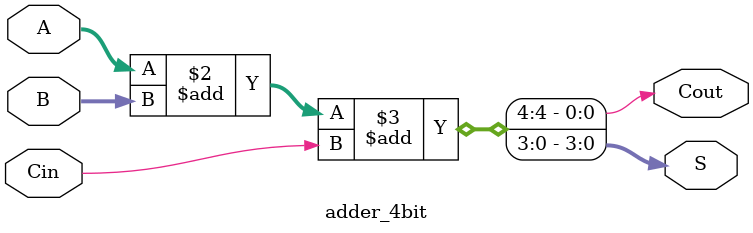
<source format=v>
module adder_4bit(S, Cout, A, B, Cin);

output reg [3:0]S;
output reg Cout;
input [3:0]A, B;
input Cin;

always {Cout, S} = A + B + Cin;

endmodule 
</source>
